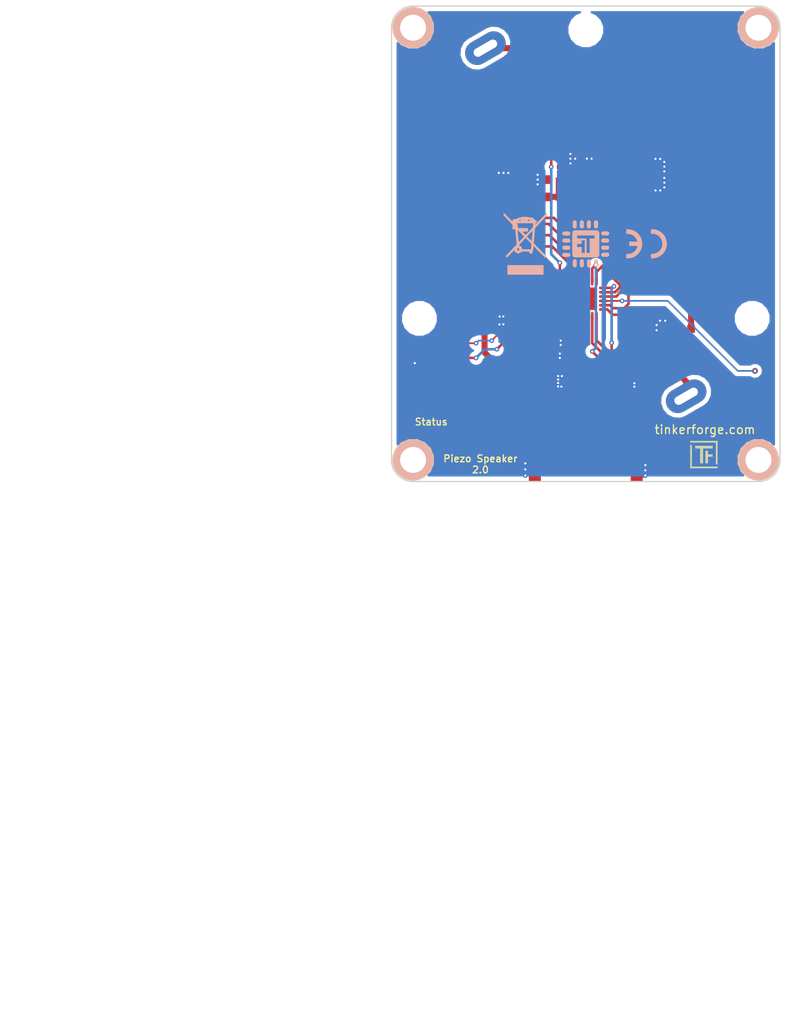
<source format=kicad_pcb>
(kicad_pcb (version 20171130) (host pcbnew 5.0.2-bee76a0~70~ubuntu18.04.1)
  (layers (0 F.Cu signal) (31 B.Cu signal hide) (34 B.Paste user) (35 F.Paste user) (36 B.SilkS user) (37 F.SilkS user) (38 B.Mask user) (39 F.Mask user) (44 Edge.Cuts user))
  (net 0 "")
  (net 1 GND)
  (net 2 "Net-(C1-Pad1)")
  (net 3 3V3)
  (net 4 +VSW)
  (net 5 "Net-(C7-Pad1)")
  (net 6 "Net-(C10-Pad1)")
  (net 7 "Net-(C8-Pad2)")
  (net 8 "Net-(D1-Pad2)")
  (net 9 "Net-(D3-Pad1)")
  (net 10 "Net-(P1-Pad4)")
  (net 11 "Net-(P1-Pad5)")
  (net 12 "Net-(P1-Pad6)")
  (net 13 "Net-(P2-Pad2)")
  (net 14 "Net-(P3-Pad1)")
  (net 15 "Net-(R1-Pad1)")
  (net 16 SU-SHDN)
  (net 17 S-MISO)
  (net 18 S-MOSI)
  (net 19 S-CLK)
  (net 20 S-CS)
  (net 21 LR-1)
  (net 22 LR-2)
  (net 23 LR-3)
  (net 24 LR-4)
  (net 25 SU-4)
  (net 26 SU-3)
  (net 27 SU-2)
  (net 28 SU-1)
  (net 29 "Net-(P4-Pad2)")
  (net 30 Speaker)
  (net 31 "Net-(C5-Pad1)")
  (net 32 "Net-(R102-Pad1)")
  (module kicad-libraries:PT-4532PLQ (layer F.Cu) (at 155 100 120)
    (fp_text reference P4)
    (fp_text value PT-4532PLQ)
    (pad 1 thru_hole oval (at 23.25 0 120) (size 2.8 5) (drill oval 1 3) (layers *.Cu *.Mask) (net 6 "Net-(C10-Pad1)"))
    (pad 2 thru_hole oval (at -23.25 0 120) (size 2.8 5) (drill oval 1 3) (layers *.Cu *.Mask) (net 29 "Net-(P4-Pad2)"))
    (pad "" np_thru_hole circle (at 0 -22.25 120) (size 3 3) (drill 3) (layers *.Cu *.Mask))
    (pad "" np_thru_hole circle (at 19.27 11.13 120) (size 3 3) (drill 3) (layers *.Cu *.Mask))
    (pad "" np_thru_hole circle (at -19.270001 11.13 120) (size 3 3) (drill 3) (layers *.Cu *.Mask))
  )
  (module kicad-libraries:Logo_CoMCU (layer B.Cu) (at 155 102.5 180)
    (fp_text reference G*** hide)
    (fp_text value LOGO hide)
  )
  (module kicad-libraries:Logo_31x31 (layer F.Cu) (at 167.1 125.3)
    (fp_text reference G*** hide)
    (fp_text value Logo_31x31 hide)
  )
  (module C0603F (layer F.Cu) (at 144.025 111.4)
    (fp_text reference C6)
    (fp_text value 1uF)
    (pad 1 smd rect (at -0.75 0) (size 0.9 0.9) (layers F.Cu F.Paste F.Mask) (net 4 +VSW))
    (pad 2 smd rect (at 0.75 0) (size 0.9 0.9) (layers F.Cu F.Paste F.Mask) (net 1 GND))
  )
  (module C0805 (layer F.Cu) (at 145.475 96.07424 90)
    (fp_text reference C5)
    (fp_text value 4.7uF)
    (pad 2 smd rect (at 1.00076 0 90) (size 1.00076 1.24968) (layers F.Cu F.Paste F.Mask) (net 1 GND) (clearance 0.14986))
    (pad 1 smd rect (at -1.00076 0 90) (size 1.00076 1.24968) (layers F.Cu F.Paste F.Mask) (net 31 "Net-(C5-Pad1)") (clearance 0.14986))
  )
  (module C0603F (layer F.Cu) (at 153.8 113.9 180)
    (fp_text reference C4)
    (fp_text value 100nF)
    (pad 1 smd rect (at -0.75 0 180) (size 0.9 0.9) (layers F.Cu F.Paste F.Mask) (net 3 3V3))
    (pad 2 smd rect (at 0.75 0 180) (size 0.9 0.9) (layers F.Cu F.Paste F.Mask) (net 1 GND))
  )
  (module C0402F (layer F.Cu) (at 159.3 118.8)
    (fp_text reference C1)
    (fp_text value 220pF)
    (pad 2 smd rect (at 0.5 0) (size 0.6 0.7) (layers F.Cu F.Paste F.Mask) (net 1 GND))
    (pad 1 smd rect (at -0.5 0) (size 0.6 0.7) (layers F.Cu F.Paste F.Mask) (net 2 "Net-(C1-Pad1)"))
  )
  (module C0805 (layer F.Cu) (at 153.5 118.4 180)
    (fp_text reference C2)
    (fp_text value 10uF)
    (pad 1 smd rect (at -1.00076 0 180) (size 1.00076 1.24968) (layers F.Cu F.Paste F.Mask) (net 3 3V3) (clearance 0.14986))
    (pad 2 smd rect (at 1.00076 0 180) (size 1.00076 1.24968) (layers F.Cu F.Paste F.Mask) (net 1 GND) (clearance 0.14986))
  )
  (module C0603F (layer F.Cu) (at 153.75 115.45 180)
    (fp_text reference C3)
    (fp_text value 1uF)
    (pad 2 smd rect (at 0.75 0 180) (size 0.9 0.9) (layers F.Cu F.Paste F.Mask) (net 1 GND))
    (pad 1 smd rect (at -0.75 0 180) (size 0.9 0.9) (layers F.Cu F.Paste F.Mask) (net 3 3V3))
  )
  (module C0805 (layer F.Cu) (at 150.325 96.075 90)
    (fp_text reference C7)
    (fp_text value 4.7uF)
    (pad 1 smd rect (at -1.00076 0 90) (size 1.00076 1.24968) (layers F.Cu F.Paste F.Mask) (net 5 "Net-(C7-Pad1)") (clearance 0.14986))
    (pad 2 smd rect (at 1.00076 0 90) (size 1.00076 1.24968) (layers F.Cu F.Paste F.Mask) (net 1 GND) (clearance 0.14986))
  )
  (module C0603F (layer F.Cu) (at 159.225 92.775 270)
    (fp_text reference C8)
    (fp_text value 270pF)
    (pad 1 smd rect (at -0.75 0 270) (size 0.9 0.9) (layers F.Cu F.Paste F.Mask) (net 6 "Net-(C10-Pad1)"))
    (pad 2 smd rect (at 0.75 0 270) (size 0.9 0.9) (layers F.Cu F.Paste F.Mask) (net 7 "Net-(C8-Pad2)"))
  )
  (module C0805 (layer F.Cu) (at 162.325 93.575)
    (fp_text reference C9)
    (fp_text value 4.7uF)
    (pad 1 smd rect (at -1.00076 0) (size 1.00076 1.24968) (layers F.Cu F.Paste F.Mask) (net 6 "Net-(C10-Pad1)") (clearance 0.14986))
    (pad 2 smd rect (at 1.00076 0) (size 1.00076 1.24968) (layers F.Cu F.Paste F.Mask) (net 1 GND) (clearance 0.14986))
  )
  (module C0805 (layer F.Cu) (at 162.32576 95.425)
    (fp_text reference C10)
    (fp_text value 4.7uF)
    (pad 2 smd rect (at 1.00076 0) (size 1.00076 1.24968) (layers F.Cu F.Paste F.Mask) (net 1 GND) (clearance 0.14986))
    (pad 1 smd rect (at -1.00076 0) (size 1.00076 1.24968) (layers F.Cu F.Paste F.Mask) (net 6 "Net-(C10-Pad1)") (clearance 0.14986))
  )
  (module D0603F (layer F.Cu) (at 137.1 121.8)
    (fp_text reference D1)
    (fp_text value blue)
    (pad 1 smd rect (at -0.75 0) (size 0.9 0.9) (layers F.Cu F.Paste F.Mask) (net 3 3V3))
    (pad 2 smd rect (at 0.75 0) (size 0.9 0.9) (layers F.Cu F.Paste F.Mask) (net 8 "Net-(D1-Pad2)"))
  )
  (module SOD-123 (layer F.Cu) (at 157.825 96.825)
    (fp_text reference D3)
    (fp_text value B0520LW-7-F)
    (pad 1 smd rect (at -1.84912 0) (size 1.19888 0.70104) (layers F.Cu F.Paste F.Mask) (net 9 "Net-(D3-Pad1)") (clearance 0.14986))
    (pad 2 smd rect (at 1.84912 0) (size 1.19888 0.70104) (layers F.Cu F.Paste F.Mask) (net 6 "Net-(C10-Pad1)") (clearance 0.14986))
  )
  (module C0603F (layer F.Cu) (at 147.875 97.075 180)
    (fp_text reference L1)
    (fp_text value FB)
    (pad 2 smd rect (at 0.75 0 180) (size 0.9 0.9) (layers F.Cu F.Paste F.Mask) (net 31 "Net-(C5-Pad1)"))
    (pad 1 smd rect (at -0.75 0 180) (size 0.9 0.9) (layers F.Cu F.Paste F.Mask) (net 5 "Net-(C7-Pad1)"))
  )
  (module NR3030 (layer F.Cu) (at 153.22518 96.175)
    (fp_text reference L2)
    (fp_text value 10uH)
    (pad 1 smd rect (at -1.19982 0) (size 1 2.70002) (layers F.Cu F.Paste F.Mask) (net 5 "Net-(C7-Pad1)") (clearance 0.14986))
    (pad 2 smd rect (at 1.19982 0) (size 1 2.70002) (layers F.Cu F.Paste F.Mask) (net 9 "Net-(D3-Pad1)") (clearance 0.14986))
  )
  (module kicad-libraries:CON-SENSOR2 (layer F.Cu) (at 155 130)
    (fp_text reference P1)
    (fp_text value CON-SENSOR2)
    (pad 1 smd rect (at -3.75 -4.6) (size 0.6 1.8) (layers F.Cu F.Paste F.Mask) (net 4 +VSW))
    (pad 2 smd rect (at -2.5 -4.6) (size 0.6 1.8) (layers F.Cu F.Paste F.Mask) (net 1 GND))
    (pad EP smd rect (at -5.9 -1.2) (size 1.4 2.4) (layers F.Cu F.Paste F.Mask) (net 1 GND))
    (pad EP smd rect (at 5.9 -1.2) (size 1.4 2.4) (layers F.Cu F.Paste F.Mask) (net 1 GND))
    (pad 3 smd rect (at -1.25 -4.6) (size 0.6 1.8) (layers F.Cu F.Paste F.Mask) (net 3 3V3))
    (pad 4 smd rect (at 0 -4.6) (size 0.6 1.8) (layers F.Cu F.Paste F.Mask) (net 10 "Net-(P1-Pad4)"))
    (pad 5 smd rect (at 1.25 -4.6) (size 0.6 1.8) (layers F.Cu F.Paste F.Mask) (net 11 "Net-(P1-Pad5)"))
    (pad 6 smd rect (at 2.5 -4.6) (size 0.6 1.8) (layers F.Cu F.Paste F.Mask) (net 12 "Net-(P1-Pad6)"))
    (pad 7 smd rect (at 3.75 -4.6) (size 0.6 1.8) (layers F.Cu F.Paste F.Mask) (net 2 "Net-(C1-Pad1)"))
  )
  (module SolderJumper (layer F.Cu) (at 134.35 116.3 180)
    (fp_text reference P2)
    (fp_text value BOOT)
    (pad 2 smd rect (at 0.55 0 180) (size 0.3 1.4) (layers F.Cu F.Mask) (net 13 "Net-(P2-Pad2)"))
    (pad 2 smd rect (at 0.15 0 180) (size 0.6 0.5) (layers F.Cu F.Mask) (net 13 "Net-(P2-Pad2)"))
    (pad 1 smd rect (at -0.5 0 180) (size 0.4 1.4) (layers F.Cu F.Mask) (net 1 GND))
    (pad 1 smd rect (at -0.225 0.55 180) (size 0.95 0.3) (layers F.Cu F.Mask) (net 1 GND))
    (pad 1 smd rect (at -0.225 -0.55 180) (size 0.95 0.3) (layers F.Cu F.Mask) (net 1 GND))
  )
  (module DEBUG_PAD (layer F.Cu) (at 174.6 117.2)
    (fp_text reference P3)
    (fp_text value DEBUG)
    (pad 1 smd circle (at 0 0) (size 0.7 0.7) (layers F.Cu F.Paste F.Mask) (net 14 "Net-(P3-Pad1)"))
  )
  (module R0603F (layer F.Cu) (at 137.1 120.4)
    (fp_text reference R1)
    (fp_text value 1k)
    (pad 1 smd rect (at -0.75 0) (size 0.9 0.9) (layers F.Cu F.Paste F.Mask) (net 15 "Net-(R1-Pad1)"))
    (pad 2 smd rect (at 0.75 0) (size 0.9 0.9) (layers F.Cu F.Paste F.Mask) (net 8 "Net-(D1-Pad2)"))
  )
  (module R0603F (layer F.Cu) (at 149.75 92.65 270)
    (fp_text reference R2)
    (fp_text value 1k)
    (pad 2 smd rect (at 0.75 0 270) (size 0.9 0.9) (layers F.Cu F.Paste F.Mask) (net 1 GND))
    (pad 1 smd rect (at -0.75 0 270) (size 0.9 0.9) (layers F.Cu F.Paste F.Mask) (net 16 SU-SHDN))
  )
  (module R0603F (layer F.Cu) (at 142 102.8)
    (fp_text reference R3)
    (fp_text value 330)
    (pad 1 smd rect (at -0.75 0) (size 0.9 0.9) (layers F.Cu F.Paste F.Mask) (net 31 "Net-(C5-Pad1)"))
    (pad 2 smd rect (at 0.75 0) (size 0.9 0.9) (layers F.Cu F.Paste F.Mask) (net 32 "Net-(R102-Pad1)"))
  )
  (module R0603F (layer F.Cu) (at 157.525 92.775 270)
    (fp_text reference R4)
    (fp_text value 120k)
    (pad 2 smd rect (at 0.75 0 270) (size 0.9 0.9) (layers F.Cu F.Paste F.Mask) (net 7 "Net-(C8-Pad2)"))
    (pad 1 smd rect (at -0.75 0 270) (size 0.9 0.9) (layers F.Cu F.Paste F.Mask) (net 6 "Net-(C10-Pad1)"))
  )
  (module 4X0402 (layer F.Cu) (at 157.25 117.275)
    (fp_text reference RP1)
    (fp_text value 82)
    (pad 1 smd rect (at -0.7493 0.575 180) (size 0.29972 0.65) (layers F.Cu F.Paste F.Mask) (net 10 "Net-(P1-Pad4)"))
    (pad 2 smd rect (at -0.24892 0.575 180) (size 0.29972 0.65) (layers F.Cu F.Paste F.Mask) (net 11 "Net-(P1-Pad5)"))
    (pad 3 smd rect (at 0.24892 0.575 180) (size 0.29972 0.65) (layers F.Cu F.Paste F.Mask) (net 12 "Net-(P1-Pad6)"))
    (pad 4 smd rect (at 0.7493 0.575 180) (size 0.29972 0.65) (layers F.Cu F.Paste F.Mask) (net 2 "Net-(C1-Pad1)"))
    (pad 5 smd rect (at 0.7493 -0.575) (size 0.29972 0.65) (layers F.Cu F.Paste F.Mask) (net 17 S-MISO))
    (pad 6 smd rect (at 0.24892 -0.575) (size 0.29972 0.65) (layers F.Cu F.Paste F.Mask) (net 18 S-MOSI))
    (pad 7 smd rect (at -0.24892 -0.575) (size 0.29972 0.65) (layers F.Cu F.Paste F.Mask) (net 19 S-CLK))
    (pad 8 smd rect (at -0.7493 -0.575) (size 0.29972 0.65) (layers F.Cu F.Paste F.Mask) (net 20 S-CS))
  )
  (module QFN24-4x4mm-0.5mm (layer F.Cu) (at 155 108.85)
    (fp_text reference U1)
    (fp_text value XMC1100)
    (pad 1 smd oval (at -2.025 -1.25) (size 1 0.3) (layers F.Cu F.Paste F.Mask) (net 16 SU-SHDN))
    (pad 2 smd oval (at -2.025 -0.75) (size 1 0.3) (layers F.Cu F.Paste F.Mask))
    (pad 3 smd oval (at -2.025 -0.25) (size 1 0.3) (layers F.Cu F.Paste F.Mask))
    (pad 4 smd oval (at -2.025 0.25) (size 1 0.3) (layers F.Cu F.Paste F.Mask))
    (pad 5 smd oval (at -2.025 0.75) (size 1 0.3) (layers F.Cu F.Paste F.Mask))
    (pad 6 smd oval (at -2.025 1.25) (size 1 0.3) (layers F.Cu F.Paste F.Mask) (net 13 "Net-(P2-Pad2)"))
    (pad 7 smd oval (at -1.25 2.025 90) (size 1 0.3) (layers F.Cu F.Paste F.Mask) (net 15 "Net-(R1-Pad1)"))
    (pad 8 smd oval (at -0.75 2.025 90) (size 1 0.3) (layers F.Cu F.Paste F.Mask))
    (pad 9 smd oval (at -0.25 2.025 90) (size 1 0.3) (layers F.Cu F.Paste F.Mask) (net 1 GND))
    (pad 10 smd oval (at 0.25 2.025 90) (size 1 0.3) (layers F.Cu F.Paste F.Mask) (net 3 3V3))
    (pad 11 smd oval (at 0.75 2.025 90) (size 1 0.3) (layers F.Cu F.Paste F.Mask) (net 19 S-CLK))
    (pad 12 smd oval (at 1.25 2.025 90) (size 1 0.3) (layers F.Cu F.Paste F.Mask) (net 18 S-MOSI))
    (pad 13 smd oval (at 2.025 1.25) (size 1 0.3) (layers F.Cu F.Paste F.Mask) (net 30 Speaker))
    (pad 14 smd oval (at 2.025 0.75) (size 1 0.3) (layers F.Cu F.Paste F.Mask) (net 28 SU-1))
    (pad 15 smd oval (at 2.025 0.25) (size 1 0.3) (layers F.Cu F.Paste F.Mask) (net 14 "Net-(P3-Pad1)"))
    (pad 16 smd oval (at 2.025 -0.25) (size 1 0.3) (layers F.Cu F.Paste F.Mask) (net 27 SU-2))
    (pad 17 smd oval (at 2.025 -0.75) (size 1 0.3) (layers F.Cu F.Paste F.Mask) (net 26 SU-3))
    (pad 18 smd oval (at 2.025 -1.25) (size 1 0.3) (layers F.Cu F.Paste F.Mask) (net 17 S-MISO))
    (pad 19 smd oval (at 1.25 -2.025 90) (size 1 0.3) (layers F.Cu F.Paste F.Mask) (net 25 SU-4))
    (pad 20 smd oval (at 0.75 -2.025 90) (size 1 0.3) (layers F.Cu F.Paste F.Mask) (net 20 S-CS))
    (pad 21 smd oval (at 0.25 -2.025 90) (size 1 0.3) (layers F.Cu F.Paste F.Mask) (net 21 LR-1))
    (pad 22 smd oval (at -0.25 -2.025 90) (size 1 0.3) (layers F.Cu F.Paste F.Mask) (net 22 LR-2))
    (pad 23 smd oval (at -0.75 -2.025 90) (size 1 0.3) (layers F.Cu F.Paste F.Mask) (net 23 LR-3))
    (pad 24 smd oval (at -1.25 -2.025 90) (size 1 0.3) (layers F.Cu F.Paste F.Mask) (net 24 LR-4))
    (pad EXP smd rect (at 0.65 0.65) (size 1.3 1.3) (layers F.Cu F.Paste F.Mask) (net 1 GND))
    (pad EXP smd rect (at 0.65 -0.65) (size 1.3 1.3) (layers F.Cu F.Paste F.Mask) (net 1 GND))
    (pad EXP smd rect (at -0.65 0.65) (size 1.3 1.3) (layers F.Cu F.Paste F.Mask) (net 1 GND))
    (pad EXP smd rect (at -0.65 -0.65) (size 1.3 1.3) (layers F.Cu F.Paste F.Mask) (net 1 GND))
  )
  (module kicad-libraries:SOT-223 (layer F.Cu) (at 146.35 106.825 270)
    (fp_text reference U2)
    (fp_text value LD1117-ADJ)
    (pad 1 smd rect (at -2.30124 3.0988 270) (size 1.30048 2.4003) (layers F.Cu F.Paste F.Mask) (net 32 "Net-(R102-Pad1)"))
    (pad 2 smd rect (at 0 3.0988 270) (size 1.30048 2.4003) (layers F.Cu F.Paste F.Mask) (net 31 "Net-(C5-Pad1)"))
    (pad 3 smd rect (at 2.30124 3.0988 270) (size 1.30048 2.4003) (layers F.Cu F.Paste F.Mask) (net 4 +VSW))
    (pad 2 smd rect (at 0 -3.0988 270) (size 3.59918 2.19964) (layers F.Cu F.Paste F.Mask) (net 31 "Net-(C5-Pad1)"))
  )
  (module SOT23-5 (layer F.Cu) (at 153.25 92.65 90)
    (fp_text reference U3)
    (fp_text value LMR62014X)
    (pad 1 smd rect (at -0.94996 1.19888 90) (size 0.50038 0.8001) (layers F.Cu F.Paste F.Mask) (net 9 "Net-(D3-Pad1)"))
    (pad 2 smd rect (at 0 1.19888 90) (size 0.50038 0.8001) (layers F.Cu F.Paste F.Mask) (net 1 GND))
    (pad 3 smd rect (at 0.94996 1.19888 90) (size 0.50038 0.8001) (layers F.Cu F.Paste F.Mask) (net 7 "Net-(C8-Pad2)"))
    (pad 5 smd rect (at -0.94996 -1.19888 90) (size 0.50038 0.8001) (layers F.Cu F.Paste F.Mask) (net 5 "Net-(C7-Pad1)"))
    (pad 4 smd rect (at 0.94996 -1.19888 90) (size 0.50038 0.8001) (layers F.Cu F.Paste F.Mask) (net 16 SU-SHDN))
  )
  (module kicad-libraries:WEEE_7mm (layer B.Cu) (at 148 102.5 180)
    (fp_text reference VAL hide)
    (fp_text value WEEE_7mm hide)
  )
  (module kicad-libraries:CE_5mm (layer B.Cu) (at 162 102.5 180)
    (fp_text reference VAL hide)
    (fp_text value CE_5mm hide)
  )
  (module SOT23GDS (layer F.Cu) (at 164.9 113.2)
    (fp_text reference Q101)
    (fp_text value 2N7002P)
    (pad S smd rect (at -0.889 -1.016) (size 0.9144 0.9144) (layers F.Cu F.Paste F.Mask) (net 1 GND))
    (pad G smd rect (at 0.889 -1.016) (size 0.9144 0.9144) (layers F.Cu F.Paste F.Mask) (net 30 Speaker))
    (pad D smd rect (at 0 1.016) (size 0.9144 0.9144) (layers F.Cu F.Paste F.Mask) (net 29 "Net-(P4-Pad2)"))
  )
  (module R0603F (layer F.Cu) (at 167.2 113.1 270)
    (fp_text reference R101)
    (fp_text value 1k)
    (pad 1 smd rect (at -0.75 0 270) (size 0.9 0.9) (layers F.Cu F.Paste F.Mask) (net 6 "Net-(C10-Pad1)"))
    (pad 2 smd rect (at 0.75 0 270) (size 0.9 0.9) (layers F.Cu F.Paste F.Mask) (net 29 "Net-(P4-Pad2)"))
  )
  (module R0603F (layer F.Cu) (at 148.3 98.9)
    (fp_text reference R102)
    (fp_text value 1k)
    (pad 1 smd rect (at -0.75 0) (size 0.9 0.9) (layers F.Cu F.Paste F.Mask) (net 32 "Net-(R102-Pad1)"))
    (pad 2 smd rect (at 0.75 0) (size 0.9 0.9) (layers F.Cu F.Paste F.Mask) (net 21 LR-1))
  )
  (module R0603F (layer F.Cu) (at 148.3 100.2)
    (fp_text reference R103)
    (fp_text value 470)
    (pad 2 smd rect (at 0.75 0) (size 0.9 0.9) (layers F.Cu F.Paste F.Mask) (net 22 LR-2))
    (pad 1 smd rect (at -0.75 0) (size 0.9 0.9) (layers F.Cu F.Paste F.Mask) (net 32 "Net-(R102-Pad1)"))
  )
  (module R0603F (layer F.Cu) (at 148.3 101.5)
    (fp_text reference R104)
    (fp_text value 220)
    (pad 1 smd rect (at -0.75 0) (size 0.9 0.9) (layers F.Cu F.Paste F.Mask) (net 32 "Net-(R102-Pad1)"))
    (pad 2 smd rect (at 0.75 0) (size 0.9 0.9) (layers F.Cu F.Paste F.Mask) (net 23 LR-3))
  )
  (module R0603F (layer F.Cu) (at 148.3 102.8)
    (fp_text reference R105)
    (fp_text value 100)
    (pad 2 smd rect (at 0.75 0) (size 0.9 0.9) (layers F.Cu F.Paste F.Mask) (net 24 LR-4))
    (pad 1 smd rect (at -0.75 0) (size 0.9 0.9) (layers F.Cu F.Paste F.Mask) (net 32 "Net-(R102-Pad1)"))
  )
  (module 4X0603 (layer F.Cu) (at 158.3 101.9)
    (fp_text reference RP3)
    (fp_text value 33k)
    (pad 1 smd rect (at -1.19888 -0.8509) (size 0.44958 0.89916) (layers F.Cu F.Paste F.Mask) (net 7 "Net-(C8-Pad2)"))
    (pad 2 smd rect (at -0.39878 -0.8509) (size 0.44958 0.89916) (layers F.Cu F.Paste F.Mask) (net 7 "Net-(C8-Pad2)"))
    (pad 3 smd rect (at 0.39878 -0.8509) (size 0.44958 0.89916) (layers F.Cu F.Paste F.Mask) (net 7 "Net-(C8-Pad2)"))
    (pad 4 smd rect (at 1.19888 -0.8509) (size 0.44958 0.89916) (layers F.Cu F.Paste F.Mask) (net 7 "Net-(C8-Pad2)"))
    (pad 5 smd rect (at 1.19888 0.8509) (size 0.44958 0.89916) (layers F.Cu F.Paste F.Mask) (net 28 SU-1))
    (pad 6 smd rect (at 0.39878 0.8509) (size 0.44958 0.89916) (layers F.Cu F.Paste F.Mask) (net 27 SU-2))
    (pad 7 smd rect (at -0.39878 0.8509) (size 0.44958 0.89916) (layers F.Cu F.Paste F.Mask) (net 26 SU-3))
    (pad 8 smd rect (at -1.19888 0.8509) (size 0.44958 0.89916) (layers F.Cu F.Paste F.Mask) (net 25 SU-4))
  )
  (module kicad-libraries:Fiducial_Mark (layer F.Cu) (at 140.5 123)
    (fp_text reference Fiducial_Mark hide)
    (fp_text value VAL** hide)
    (pad 1 smd circle (at 0 0) (size 1.00076 1.00076) (layers F.Cu F.Paste F.Mask) (clearance 0.65024))
  )
  (module kicad-libraries:Fiducial_Mark (layer F.Cu) (at 168.5 84)
    (fp_text reference Fiducial_Mark hide)
    (fp_text value VAL** hide)
    (pad 1 smd circle (at 0 0) (size 1.00076 1.00076) (layers F.Cu F.Paste F.Mask) (clearance 0.65024))
  )
  (module kicad-libraries:Fiducial_Mark (layer F.Cu) (at 141.5 84)
    (fp_text reference Fiducial_Mark hide)
    (fp_text value VAL** hide)
    (pad 1 smd circle (at 0 0) (size 1.00076 1.00076) (layers F.Cu F.Paste F.Mask) (clearance 0.65024))
  )
  (module kicad-libraries:DRILL_NP (layer F.Cu) (at 135 127.5)
    (fp_text reference U4 hide)
    (fp_text value DRILL hide)
    (pad "" np_thru_hole circle (at 0 0) (size 2.99974 2.99974) (drill 2.99974) (layers *.Cu *.Mask F.SilkS) (clearance 0.89916))
  )
  (module kicad-libraries:DRILL_NP (layer F.Cu) (at 175 127.5)
    (fp_text reference U5 hide)
    (fp_text value DRILL hide)
    (pad "" np_thru_hole circle (at 0 0) (size 2.99974 2.99974) (drill 2.99974) (layers *.Cu *.Mask F.SilkS) (clearance 0.89916))
  )
  (module kicad-libraries:DRILL_NP (layer F.Cu) (at 175 77.5)
    (fp_text reference U6 hide)
    (fp_text value DRILL hide)
    (pad "" np_thru_hole circle (at 0 0) (size 2.99974 2.99974) (drill 2.99974) (layers *.Cu *.Mask F.SilkS) (clearance 0.89916))
  )
  (module kicad-libraries:DRILL_NP (layer F.Cu) (at 135 77.5)
    (fp_text reference U7 hide)
    (fp_text value DRILL hide)
    (pad "" np_thru_hole circle (at 0 0) (size 2.99974 2.99974) (drill 2.99974) (layers *.Cu *.Mask F.SilkS) (clearance 0.89916))
  )
  (gr_line (start 132.5 77.5) (end 132.5 127.5) (angle 90) (layer Edge.Cuts) (width 0.15))
  (gr_line (start 175 75) (end 135 75) (angle 90) (layer Edge.Cuts) (width 0.15))
  (gr_line (start 177.5 127.5) (end 177.5 77.5) (angle 90) (layer Edge.Cuts) (width 0.15))
  (gr_line (start 135 130) (end 175 130) (angle 90) (layer Edge.Cuts) (width 0.15))
  (gr_arc (start 135 127.5) (end 135 130) (angle 90) (layer Edge.Cuts) (width 0.15))
  (gr_arc (start 175 127.5) (end 177.5 127.5) (angle 90) (layer Edge.Cuts) (width 0.15))
  (gr_arc (start 175 77.5) (end 175 75) (angle 90) (layer Edge.Cuts) (width 0.15))
  (gr_arc (start 135 77.5) (end 132.5 77.5) (angle 90) (layer Edge.Cuts) (width 0.15))
  (gr_text tinkerforge.com (at 168.8 124) (layer F.SilkS) (effects (font (size 1 1))))
  (gr_text "Piezo Speaker\n2.0" (at 142.8 128) (layer F.SilkS) (effects (font (size 0.8 0.8))))
  (gr_text Status (at 137.1 123.1) (layer F.SilkS) (effects (font (size 0.8 0.8))))
  (via (at 152 115.2) (size 0.55) (drill 0.25) (layers F.Cu B.Cu) (net 1))
  (segment (start 153 115.45) (end 152.25 115.45) (width 0.5) (layer F.Cu) (net 1))
  (segment (start 152.25 115.45) (end 152 115.2) (width 0.5) (layer F.Cu) (net 1))
  (via (at 152 115.7) (size 0.55) (drill 0.25) (layers F.Cu B.Cu) (net 1))
  (segment (start 152.25 115.45) (end 152 115.7) (width 0.5) (layer F.Cu) (net 1))
  (segment (start 154.75 109.9) (end 154.35 109.5) (width 0.3) (layer F.Cu) (net 1))
  (segment (start 154.75 110.875) (end 154.75 109.9) (width 0.3) (layer F.Cu) (net 1))
  (segment (start 154.35 109.5) (end 154.35 108.2) (width 0.3) (layer F.Cu) (net 1))
  (segment (start 154.35 108.2) (end 155.65 108.2) (width 0.3) (layer F.Cu) (net 1))
  (segment (start 155.65 108.2) (end 155.65 109.5) (width 0.3) (layer F.Cu) (net 1))
  (segment (start 153.05 115.4) (end 153 115.45) (width 0.5) (layer F.Cu) (net 1))
  (segment (start 153.05 113.9) (end 153.05 115.4) (width 0.5) (layer F.Cu) (net 1))
  (via (at 152.1 113.7) (size 0.55) (drill 0.25) (layers F.Cu B.Cu) (net 1))
  (via (at 152.1 114.2) (size 0.55) (drill 0.25) (layers F.Cu B.Cu) (net 1))
  (segment (start 154.75 112.301004) (end 153.151004 113.9) (width 0.3) (layer F.Cu) (net 1))
  (segment (start 153.151004 113.9) (end 153.05 113.9) (width 0.3) (layer F.Cu) (net 1))
  (segment (start 154.75 110.875) (end 154.75 112.301004) (width 0.3) (layer F.Cu) (net 1))
  (via (at 160.625 118.625) (size 0.55) (drill 0.25) (layers F.Cu B.Cu) (net 1))
  (segment (start 159.8 118.8) (end 160.45 118.8) (width 0.3) (layer F.Cu) (net 1))
  (segment (start 160.45 118.8) (end 160.625 118.625) (width 0.3) (layer F.Cu) (net 1))
  (via (at 160.625 119.025) (size 0.55) (drill 0.25) (layers F.Cu B.Cu) (net 1))
  (segment (start 159.8 118.8) (end 160.4 118.8) (width 0.3) (layer F.Cu) (net 1))
  (segment (start 160.4 118.8) (end 160.625 119.025) (width 0.3) (layer F.Cu) (net 1))
  (via (at 163.075 92.675) (size 0.55) (drill 0.25) (layers F.Cu B.Cu) (net 1))
  (segment (start 163.32576 93.575) (end 163.32576 92.97424) (width 0.5) (layer F.Cu) (net 1))
  (via (at 163.625 92.675) (size 0.55) (drill 0.25) (layers F.Cu B.Cu) (net 1))
  (segment (start 163.32576 92.97424) (end 163.625 92.675) (width 0.5) (layer F.Cu) (net 1))
  (via (at 163.075 96.325) (size 0.55) (drill 0.25) (layers F.Cu B.Cu) (net 1))
  (segment (start 163.32652 95.425) (end 163.32652 96.02652) (width 0.5) (layer F.Cu) (net 1))
  (via (at 163.625 96.325) (size 0.55) (drill 0.25) (layers F.Cu B.Cu) (net 1))
  (segment (start 163.32652 96.02652) (end 163.625 96.325) (width 0.5) (layer F.Cu) (net 1))
  (segment (start 163.32652 95.425) (end 164.1 95.425) (width 0.5) (layer F.Cu) (net 1))
  (via (at 164.1 95.425) (size 0.55) (drill 0.25) (layers F.Cu B.Cu) (net 1))
  (segment (start 163.32652 95.425) (end 163.55 95.425) (width 0.5) (layer F.Cu) (net 1))
  (via (at 164.1 95.975) (size 0.55) (drill 0.25) (layers F.Cu B.Cu) (net 1))
  (segment (start 163.55 95.425) (end 164.1 95.975) (width 0.5) (layer F.Cu) (net 1))
  (segment (start 163.32652 95.425) (end 163.55 95.425) (width 0.5) (layer F.Cu) (net 1))
  (segment (start 163.55 95.425) (end 164.1 94.875) (width 0.5) (layer F.Cu) (net 1))
  (via (at 164.1 94.875) (size 0.55) (drill 0.25) (layers F.Cu B.Cu) (net 1))
  (segment (start 163.32576 93.575) (end 164.1 93.575) (width 0.5) (layer F.Cu) (net 1))
  (via (at 164.1 93.575) (size 0.55) (drill 0.25) (layers F.Cu B.Cu) (net 1))
  (via (at 164.1 94.125) (size 0.55) (drill 0.25) (layers F.Cu B.Cu) (net 1))
  (segment (start 163.32576 93.575) (end 163.55 93.575) (width 0.5) (layer F.Cu) (net 1))
  (via (at 164.1 93.025) (size 0.55) (drill 0.25) (layers F.Cu B.Cu) (net 1))
  (segment (start 163.55 93.575) (end 164.1 93.025) (width 0.5) (layer F.Cu) (net 1))
  (segment (start 154.44888 92.65) (end 153.775 92.65) (width 0.5) (layer F.Cu) (net 1))
  (via (at 153.225 93.2) (size 0.55) (drill 0.25) (layers F.Cu B.Cu) (net 1))
  (segment (start 153.225 92.65) (end 153.225 93.2) (width 0.5) (layer F.Cu) (net 1))
  (via (at 153.775 92.65) (size 0.55) (drill 0.25) (layers F.Cu B.Cu) (net 1))
  (segment (start 153.775 92.65) (end 153.225 92.65) (width 0.5) (layer F.Cu) (net 1))
  (via (at 153.225 92.65) (size 0.55) (drill 0.25) (layers F.Cu B.Cu) (net 1))
  (via (at 153.225 92.1) (size 0.55) (drill 0.25) (layers F.Cu B.Cu) (net 1))
  (segment (start 153.225 92.65) (end 153.225 92.1) (width 0.5) (layer F.Cu) (net 1))
  (segment (start 154.44888 92.65) (end 155.125 92.65) (width 0.5) (layer F.Cu) (net 1))
  (via (at 155.675 92.65) (size 0.55) (drill 0.25) (layers F.Cu B.Cu) (net 1))
  (segment (start 155.125 92.65) (end 155.675 92.65) (width 0.5) (layer F.Cu) (net 1))
  (via (at 155.125 92.65) (size 0.55) (drill 0.25) (layers F.Cu B.Cu) (net 1))
  (segment (start 150.325 95.07424) (end 149.42576 95.07424) (width 0.5) (layer F.Cu) (net 1))
  (via (at 149.425 95.625) (size 0.55) (drill 0.25) (layers F.Cu B.Cu) (net 1))
  (segment (start 149.425 95.075) (end 149.425 95.625) (width 0.5) (layer F.Cu) (net 1))
  (segment (start 149.42576 95.07424) (end 149.425 95.075) (width 0.5) (layer F.Cu) (net 1))
  (via (at 149.425 95.075) (size 0.55) (drill 0.25) (layers F.Cu B.Cu) (net 1))
  (via (at 149.425 94.525) (size 0.55) (drill 0.25) (layers F.Cu B.Cu) (net 1))
  (segment (start 149.425 95.075) (end 149.425 94.525) (width 0.5) (layer F.Cu) (net 1))
  (segment (start 145.475 95.07348) (end 145.475 94.3) (width 0.5) (layer F.Cu) (net 1))
  (via (at 146.025 94.3) (size 0.55) (drill 0.25) (layers F.Cu B.Cu) (net 1))
  (segment (start 145.475 94.3) (end 146.025 94.3) (width 0.5) (layer F.Cu) (net 1))
  (via (at 145.475 94.3) (size 0.55) (drill 0.25) (layers F.Cu B.Cu) (net 1))
  (via (at 144.925 94.3) (size 0.55) (drill 0.25) (layers F.Cu B.Cu) (net 1))
  (segment (start 145.475 94.3) (end 144.925 94.3) (width 0.5) (layer F.Cu) (net 1))
  (segment (start 152.5 118.40076) (end 152.49924 118.4) (width 0.5) (layer F.Cu) (net 1))
  (segment (start 153 116.7) (end 153 115.45) (width 0.5) (layer F.Cu) (net 1))
  (segment (start 152.49924 117.20076) (end 153 116.7) (width 0.5) (layer F.Cu) (net 1))
  (segment (start 152.4 118.4) (end 152.074999 118.074999) (width 0.5) (layer F.Cu) (net 1))
  (segment (start 152.074999 118.074999) (end 151.8 117.8) (width 0.5) (layer F.Cu) (net 1))
  (via (at 151.8 117.8) (size 0.55) (drill 0.25) (layers F.Cu B.Cu) (net 1))
  (segment (start 152.29924 118.2) (end 152.188908 118.2) (width 0.5) (layer F.Cu) (net 1))
  (segment (start 152.188908 118.2) (end 151.8 118.2) (width 0.5) (layer F.Cu) (net 1))
  (via (at 151.8 118.2) (size 0.55) (drill 0.25) (layers F.Cu B.Cu) (net 1))
  (segment (start 152.49924 118.4) (end 152.29924 118.2) (width 0.5) (layer F.Cu) (net 1))
  (via (at 151.8 118.6) (size 0.55) (drill 0.25) (layers F.Cu B.Cu) (net 1))
  (segment (start 152.49924 118.4) (end 152.29924 118.6) (width 0.5) (layer F.Cu) (net 1))
  (segment (start 152.29924 118.6) (end 152.188908 118.6) (width 0.5) (layer F.Cu) (net 1))
  (segment (start 152.188908 118.6) (end 151.8 118.6) (width 0.5) (layer F.Cu) (net 1))
  (segment (start 152 118.6) (end 151.8 118.6) (width 0.5) (layer B.Cu) (net 1))
  (segment (start 152.1 118.5) (end 152 118.6) (width 0.5) (layer B.Cu) (net 1))
  (via (at 151.8 119) (size 0.55) (drill 0.25) (layers F.Cu B.Cu) (net 1))
  (segment (start 152.4 118.4) (end 152.074999 118.725001) (width 0.5) (layer F.Cu) (net 1))
  (segment (start 152.074999 118.725001) (end 151.8 119) (width 0.5) (layer F.Cu) (net 1))
  (segment (start 152.49924 118.4) (end 152.4 118.4) (width 0.5) (layer F.Cu) (net 1))
  (segment (start 151.8 117.8) (end 151.8 119) (width 0.5) (layer F.Cu) (net 1))
  (segment (start 151.8 119) (end 152.5 119) (width 0.5) (layer F.Cu) (net 1))
  (segment (start 152.5 125.4) (end 152.5 119) (width 0.5) (layer F.Cu) (net 1))
  (segment (start 152.5 119) (end 152.5 118.40076) (width 0.5) (layer F.Cu) (net 1))
  (segment (start 152.39924 117.8) (end 152.49924 117.7) (width 0.5) (layer F.Cu) (net 1))
  (segment (start 151.8 117.8) (end 152.39924 117.8) (width 0.5) (layer F.Cu) (net 1))
  (segment (start 152.49924 118.4) (end 152.49924 117.7) (width 0.5) (layer F.Cu) (net 1))
  (segment (start 152.49924 117.7) (end 152.49924 117.20076) (width 0.5) (layer F.Cu) (net 1))
  (segment (start 152 115.2) (end 152 115.7) (width 0.5) (layer F.Cu) (net 1))
  (segment (start 152.75 115.2) (end 153 115.45) (width 0.5) (layer F.Cu) (net 1))
  (segment (start 152 115.2) (end 152.75 115.2) (width 0.5) (layer F.Cu) (net 1))
  (segment (start 152.75 115.7) (end 153 115.45) (width 0.5) (layer F.Cu) (net 1))
  (segment (start 152 115.7) (end 152.75 115.7) (width 0.5) (layer F.Cu) (net 1))
  (segment (start 152.1 113.7) (end 152.1 114.2) (width 0.5) (layer F.Cu) (net 1))
  (segment (start 152.75 114.2) (end 153.05 113.9) (width 0.5) (layer F.Cu) (net 1))
  (segment (start 152.1 114.2) (end 152.75 114.2) (width 0.5) (layer F.Cu) (net 1))
  (segment (start 152.85 113.7) (end 153.05 113.9) (width 0.5) (layer F.Cu) (net 1))
  (segment (start 152.1 113.7) (end 152.85 113.7) (width 0.5) (layer F.Cu) (net 1))
  (segment (start 146.025 94.52348) (end 145.475 95.07348) (width 0.5) (layer F.Cu) (net 1))
  (segment (start 146.025 94.3) (end 146.025 94.52348) (width 0.5) (layer F.Cu) (net 1))
  (segment (start 144.925 94.52348) (end 145.475 95.07348) (width 0.5) (layer F.Cu) (net 1))
  (segment (start 144.925 94.3) (end 144.925 94.52348) (width 0.5) (layer F.Cu) (net 1))
  (segment (start 149.425 94.525) (end 149.77576 94.525) (width 0.5) (layer F.Cu) (net 1))
  (segment (start 149.77424 95.625) (end 150.325 95.07424) (width 0.5) (layer F.Cu) (net 1))
  (segment (start 149.425 95.625) (end 149.77424 95.625) (width 0.5) (layer F.Cu) (net 1))
  (segment (start 163.075 96.325) (end 163.625 96.325) (width 0.5) (layer F.Cu) (net 1))
  (segment (start 163.75 96.325) (end 164.1 95.975) (width 0.5) (layer F.Cu) (net 1))
  (segment (start 163.625 96.325) (end 163.75 96.325) (width 0.5) (layer F.Cu) (net 1))
  (segment (start 164.1 95.975) (end 164.1 94.875) (width 0.5) (layer F.Cu) (net 1))
  (segment (start 163.87652 94.875) (end 163.32652 95.425) (width 0.5) (layer F.Cu) (net 1))
  (segment (start 164.1 94.875) (end 163.87652 94.875) (width 0.5) (layer F.Cu) (net 1))
  (segment (start 163.075 95.67652) (end 163.32652 95.425) (width 0.5) (layer F.Cu) (net 1))
  (segment (start 163.075 96.325) (end 163.075 95.67652) (width 0.5) (layer F.Cu) (net 1))
  (segment (start 164.1 93.15) (end 163.625 92.675) (width 0.5) (layer F.Cu) (net 1))
  (segment (start 164.1 94.125) (end 164.1 93.15) (width 0.5) (layer F.Cu) (net 1))
  (segment (start 163.75 92.675) (end 164.1 93.025) (width 0.5) (layer F.Cu) (net 1))
  (segment (start 163.075 92.675) (end 163.75 92.675) (width 0.5) (layer F.Cu) (net 1))
  (segment (start 163.075 93.32424) (end 163.32576 93.575) (width 0.5) (layer F.Cu) (net 1))
  (segment (start 163.075 92.675) (end 163.075 93.32424) (width 0.5) (layer F.Cu) (net 1))
  (segment (start 163.87576 94.125) (end 163.32576 93.575) (width 0.5) (layer F.Cu) (net 1))
  (segment (start 164.1 94.125) (end 163.87576 94.125) (width 0.5) (layer F.Cu) (net 1))
  (via (at 148.000004 129.3) (size 0.55) (drill 0.25) (layers F.Cu B.Cu) (net 1))
  (via (at 148 128.6) (size 0.55) (drill 0.25) (layers F.Cu B.Cu) (net 1))
  (via (at 148 127.900022) (size 0.55) (drill 0.25) (layers F.Cu B.Cu) (net 1))
  (segment (start 148 128.6) (end 148 127.900022) (width 0.5) (layer F.Cu) (net 1))
  (segment (start 149.1 128.7) (end 149 128.6) (width 0.5) (layer F.Cu) (net 1))
  (segment (start 149.1 128.8) (end 149.1 128.7) (width 0.5) (layer F.Cu) (net 1))
  (segment (start 148.000004 128.911092) (end 148.000004 129.3) (width 0.5) (layer F.Cu) (net 1))
  (segment (start 148.000004 128.699996) (end 148.000004 128.911092) (width 0.5) (layer F.Cu) (net 1))
  (segment (start 148 128.6) (end 148 128.699992) (width 0.5) (layer F.Cu) (net 1))
  (segment (start 148 128.699992) (end 148.000004 128.699996) (width 0.5) (layer F.Cu) (net 1))
  (segment (start 148.9 128.6) (end 149.1 128.8) (width 0.5) (layer F.Cu) (net 1))
  (segment (start 148 128.3) (end 148.3 128.6) (width 0.5) (layer F.Cu) (net 1))
  (segment (start 148 128.6) (end 148.3 128.6) (width 0.5) (layer F.Cu) (net 1))
  (segment (start 148 127.900022) (end 148 128.3) (width 0.5) (layer F.Cu) (net 1))
  (segment (start 148.3 128.6) (end 148.9 128.6) (width 0.5) (layer F.Cu) (net 1))
  (segment (start 148.000004 129.3) (end 148.3 129.000004) (width 0.5) (layer F.Cu) (net 1))
  (segment (start 148.899996 129.000004) (end 149.1 128.8) (width 0.5) (layer F.Cu) (net 1))
  (segment (start 148.3 129.000004) (end 148.899996 129.000004) (width 0.5) (layer F.Cu) (net 1))
  (segment (start 148.200022 127.900022) (end 149.1 128.8) (width 0.5) (layer F.Cu) (net 1))
  (segment (start 148 127.900022) (end 148.200022 127.900022) (width 0.5) (layer F.Cu) (net 1))
  (via (at 161.900004 128.1) (size 0.55) (drill 0.25) (layers F.Cu B.Cu) (net 1))
  (segment (start 161.900004 128.1) (end 161.900004 128.699996) (width 0.5) (layer F.Cu) (net 1))
  (segment (start 161.900004 128.699996) (end 161.9 128.7) (width 0.5) (layer F.Cu) (net 1))
  (via (at 161.9 128.7) (size 0.55) (drill 0.25) (layers F.Cu B.Cu) (net 1))
  (segment (start 161.9 128.911092) (end 161.9 129.3) (width 0.5) (layer F.Cu) (net 1))
  (via (at 161.9 129.3) (size 0.55) (drill 0.25) (layers F.Cu B.Cu) (net 1))
  (segment (start 161.6 128.1) (end 160.9 128.8) (width 0.5) (layer F.Cu) (net 1))
  (segment (start 161.900004 128.1) (end 161.6 128.1) (width 0.5) (layer F.Cu) (net 1))
  (segment (start 161.4 129.3) (end 160.9 128.8) (width 0.5) (layer F.Cu) (net 1))
  (segment (start 161.9 129.3) (end 161.4 129.3) (width 0.5) (layer F.Cu) (net 1))
  (segment (start 161 128.7) (end 160.9 128.8) (width 0.5) (layer F.Cu) (net 1))
  (segment (start 161.9 128.7) (end 161 128.7) (width 0.5) (layer F.Cu) (net 1))
  (segment (start 161.900004 129.299996) (end 161.9 129.3) (width 0.5) (layer F.Cu) (net 1))
  (segment (start 161.900004 128.1) (end 161.900004 129.299996) (width 0.5) (layer F.Cu) (net 1))
  (segment (start 161.9 128.7) (end 161.6 129) (width 0.5) (layer F.Cu) (net 1))
  (segment (start 161.6 129) (end 161.6 128.1) (width 0.5) (layer F.Cu) (net 1))
  (segment (start 134.740002 116.85) (end 134.575 116.85) (width 0.3) (layer F.Cu) (net 1))
  (segment (start 134.85 116.740002) (end 134.740002 116.85) (width 0.3) (layer F.Cu) (net 1))
  (segment (start 134.85 116.3) (end 134.85 116.740002) (width 0.3) (layer F.Cu) (net 1))
  (segment (start 134.85 116.025) (end 134.800001 115.975001) (width 0.3) (layer F.Cu) (net 1))
  (via (at 135.2 116.3) (size 0.55) (drill 0.25) (layers F.Cu B.Cu) (net 1))
  (segment (start 134.85 116.3) (end 135.2 116.3) (width 0.3) (layer F.Cu) (net 1))
  (segment (start 144.9 111.4) (end 144.775 111.4) (width 0.3) (layer F.Cu) (net 1))
  (segment (start 144.95 111.35) (end 144.9 111.4) (width 0.3) (layer F.Cu) (net 1))
  (segment (start 144.968908 111.35) (end 145.02 111.298908) (width 0.5) (layer F.Cu) (net 1))
  (segment (start 145.02 111.298908) (end 145.02 110.91) (width 0.5) (layer F.Cu) (net 1))
  (segment (start 144.95 111.35) (end 144.968908 111.35) (width 0.5) (layer F.Cu) (net 1))
  (via (at 145.02 110.91) (size 0.55) (drill 0.25) (layers F.Cu B.Cu) (net 1))
  (via (at 145.45 110.91) (size 0.55) (drill 0.25) (layers F.Cu B.Cu) (net 1))
  (segment (start 145.1 111.4) (end 145.105001 111.405001) (width 0.5) (layer F.Cu) (net 1))
  (segment (start 145.02 110.91) (end 145.02 111.32) (width 0.5) (layer F.Cu) (net 1))
  (segment (start 145.02 111.32) (end 145.105001 111.405001) (width 0.5) (layer F.Cu) (net 1))
  (segment (start 144.775 111.4) (end 145.1 111.4) (width 0.5) (layer F.Cu) (net 1))
  (via (at 145.46 111.82) (size 0.55) (drill 0.25) (layers F.Cu B.Cu) (net 1))
  (via (at 145 111.83) (size 0.55) (drill 0.25) (layers F.Cu B.Cu) (net 1))
  (segment (start 145.105001 111.405001) (end 145.036091 111.405001) (width 0.5) (layer F.Cu) (net 1))
  (segment (start 145 111.441092) (end 145 111.83) (width 0.5) (layer F.Cu) (net 1))
  (segment (start 145.036091 111.405001) (end 145 111.441092) (width 0.5) (layer F.Cu) (net 1))
  (segment (start 145.02 110.91) (end 145.45 110.91) (width 0.5) (layer F.Cu) (net 1))
  (segment (start 145.45 111.81) (end 145.46 111.82) (width 0.5) (layer F.Cu) (net 1))
  (segment (start 145.45 110.91) (end 145.45 111.81) (width 0.5) (layer F.Cu) (net 1))
  (segment (start 145.01 111.82) (end 145 111.83) (width 0.5) (layer F.Cu) (net 1))
  (segment (start 145.46 111.82) (end 145.01 111.82) (width 0.5) (layer F.Cu) (net 1))
  (via (at 152.18 119.02) (size 0.55) (drill 0.25) (layers F.Cu B.Cu) (net 1))
  (via (at 152.23 117.8) (size 0.55) (drill 0.25) (layers F.Cu B.Cu) (net 1))
  (segment (start 134.85 116.025) (end 134.85 116.3) (width 0.2) (layer F.Cu) (net 1))
  (segment (start 134.575 115.75) (end 134.85 116.025) (width 0.2) (layer F.Cu) (net 1))
  (segment (start 150.325 95.07424) (end 149.77576 94.525) (width 0.15) (layer F.Cu) (net 1))
  (segment (start 149.77576 94.525) (end 149.77576 93.42576) (width 0.15) (layer F.Cu) (net 1))
  (segment (start 149.77576 93.42576) (end 149.75 93.4) (width 0.15) (layer F.Cu) (net 1))
  (segment (start 164.011 112.184) (end 163.516 112.184) (width 0.5) (layer F.Cu) (net 1))
  (via (at 163.2 112.5) (size 0.55) (drill 0.25) (layers F.Cu B.Cu) (net 1))
  (segment (start 163.516 112.184) (end 163.2 112.5) (width 0.5) (layer F.Cu) (net 1))
  (segment (start 164.011 112.184) (end 163.484 112.184) (width 0.5) (layer F.Cu) (net 1))
  (via (at 163.2 111.9) (size 0.55) (drill 0.25) (layers F.Cu B.Cu) (net 1))
  (segment (start 163.484 112.184) (end 163.2 111.9) (width 0.5) (layer F.Cu) (net 1))
  (segment (start 164.011 112.184) (end 164.011 111.811) (width 0.5) (layer F.Cu) (net 1))
  (via (at 163.6 111.4) (size 0.55) (drill 0.25) (layers F.Cu B.Cu) (net 1))
  (segment (start 164.011 111.811) (end 163.6 111.4) (width 0.5) (layer F.Cu) (net 1))
  (segment (start 164.011 112.184) (end 164.011 111.589) (width 0.5) (layer F.Cu) (net 1))
  (via (at 164.2 111.4) (size 0.55) (drill 0.25) (layers F.Cu B.Cu) (net 1))
  (segment (start 164.011 111.589) (end 164.2 111.4) (width 0.5) (layer F.Cu) (net 1))
  (segment (start 158.75 125.4) (end 158.75 118.85) (width 0.3) (layer F.Cu) (net 2))
  (segment (start 158.75 118.85) (end 158.8 118.8) (width 0.3) (layer F.Cu) (net 2))
  (segment (start 157.9993 117.85) (end 157.9993 118.3993) (width 0.3) (layer F.Cu) (net 2))
  (segment (start 158.4 118.8) (end 158.8 118.8) (width 0.3) (layer F.Cu) (net 2))
  (segment (start 157.9993 118.3993) (end 158.4 118.8) (width 0.3) (layer F.Cu) (net 2))
  (segment (start 153.75 125.4) (end 153.75 124.8) (width 0.5) (layer F.Cu) (net 3))
  (segment (start 155.25 113.2) (end 154.55 113.9) (width 0.3) (layer F.Cu) (net 3))
  (segment (start 155.25 110.875) (end 155.25 113.2) (width 0.3) (layer F.Cu) (net 3))
  (segment (start 154.55 115.4) (end 154.5 115.45) (width 0.5) (layer F.Cu) (net 3))
  (segment (start 154.55 113.9) (end 154.55 115.4) (width 0.5) (layer F.Cu) (net 3))
  (segment (start 154.55 115.5) (end 154.5 115.45) (width 0.5) (layer F.Cu) (net 3))
  (segment (start 153.75 125.4) (end 153.75 121.25) (width 0.5) (layer F.Cu) (net 3))
  (segment (start 154.50076 120.49924) (end 154.50076 118.4) (width 0.5) (layer F.Cu) (net 3))
  (segment (start 153.75 121.25) (end 154.50076 120.49924) (width 0.5) (layer F.Cu) (net 3))
  (segment (start 154.50076 115.45076) (end 154.5 115.45) (width 0.5) (layer F.Cu) (net 3))
  (segment (start 154.50076 118.4) (end 154.50076 115.45076) (width 0.5) (layer F.Cu) (net 3))
  (segment (start 136.35 121.8) (end 136.35 122.45) (width 0.3) (layer F.Cu) (net 3))
  (segment (start 153.75 126.65) (end 153.75 125.4) (width 0.3) (layer F.Cu) (net 3))
  (segment (start 153.1 127.3) (end 153.75 126.65) (width 0.3) (layer F.Cu) (net 3))
  (segment (start 150.6 127.3) (end 153.1 127.3) (width 0.3) (layer F.Cu) (net 3))
  (segment (start 148.9 125.6) (end 150.6 127.3) (width 0.3) (layer F.Cu) (net 3))
  (segment (start 139.5 125.6) (end 148.9 125.6) (width 0.3) (layer F.Cu) (net 3))
  (segment (start 136.35 122.45) (end 139.5 125.6) (width 0.3) (layer F.Cu) (net 3))
  (segment (start 151.25 125.4) (end 151.25 124.8) (width 0.7) (layer F.Cu) (net 4))
  (segment (start 151.25 125.4) (end 151.25 123.05) (width 0.7) (layer F.Cu) (net 4))
  (segment (start 143.275 115.075) (end 143.275 111.4) (width 0.7) (layer F.Cu) (net 4))
  (segment (start 151.25 123.05) (end 143.275 115.075) (width 0.7) (layer F.Cu) (net 4))
  (segment (start 143.275 111.4) (end 143.275 109.15004) (width 0.7) (layer F.Cu) (net 4))
  (segment (start 143.275 109.15004) (end 143.2512 109.12624) (width 0.7) (layer F.Cu) (net 4))
  (segment (start 152.05 93.60108) (end 152.05112 93.59996) (width 0.5) (layer F.Cu) (net 5))
  (segment (start 152.05 96.9) (end 152.05 93.60108) (width 0.5) (layer F.Cu) (net 5))
  (segment (start 150.32424 97.075) (end 150.325 97.07576) (width 0.7) (layer F.Cu) (net 5))
  (segment (start 148.625 97.075) (end 150.32424 97.075) (width 0.7) (layer F.Cu) (net 5))
  (segment (start 152 96.20036) (end 152.02536 96.175) (width 0.7) (layer F.Cu) (net 5))
  (segment (start 152 97.025) (end 152 96.20036) (width 0.7) (layer F.Cu) (net 5))
  (segment (start 150.325 97.07576) (end 151.94924 97.07576) (width 0.7) (layer F.Cu) (net 5))
  (segment (start 151.94924 97.07576) (end 152 97.025) (width 0.7) (layer F.Cu) (net 5))
  (segment (start 157.37588 91.87588) (end 157.525 92.025) (width 0.5) (layer F.Cu) (net 6))
  (segment (start 159.225 92.025) (end 157.525 92.025) (width 0.5) (layer F.Cu) (net 6))
  (segment (start 161.32424 95.42424) (end 161.325 95.425) (width 0.7) (layer F.Cu) (net 6))
  (segment (start 161.32424 93.575) (end 161.32424 95.42424) (width 0.7) (layer F.Cu) (net 6))
  (segment (start 143.375 79.864909) (end 147.064909 79.864909) (width 0.7) (layer F.Cu) (net 6))
  (segment (start 147.064909 79.864909) (end 153.8 86.6) (width 0.7) (layer F.Cu) (net 6))
  (segment (start 161.32424 93.575) (end 161.32424 88.32424) (width 0.7) (layer F.Cu) (net 6))
  (segment (start 159.6 86.6) (end 153.8 86.6) (width 0.7) (layer F.Cu) (net 6))
  (segment (start 161.32424 88.32424) (end 159.6 86.6) (width 0.7) (layer F.Cu) (net 6))
  (segment (start 161.32424 93.575) (end 161.175 93.575) (width 0.7) (layer F.Cu) (net 6))
  (segment (start 159.625 92.025) (end 159.225 92.025) (width 0.7) (layer F.Cu) (net 6))
  (segment (start 161.175 93.575) (end 159.625 92.025) (width 0.7) (layer F.Cu) (net 6))
  (segment (start 167.2 112.35) (end 167.2 94.2) (width 0.7) (layer F.Cu) (net 6))
  (segment (start 167.2 94.2) (end 161.32424 88.32424) (width 0.7) (layer F.Cu) (net 6))
  (segment (start 159.67412 96.825) (end 160.675 96.825) (width 0.7) (layer F.Cu) (net 6))
  (segment (start 161.325 96.175) (end 161.325 95.425) (width 0.7) (layer F.Cu) (net 6))
  (segment (start 160.675 96.825) (end 161.325 96.175) (width 0.7) (layer F.Cu) (net 6))
  (segment (start 157.525 93.525) (end 159.225 93.525) (width 0.5) (layer F.Cu) (net 7))
  (segment (start 157.10112 100.29888) (end 157.10112 101.0491) (width 0.3) (layer F.Cu) (net 7))
  (segment (start 158.4 99) (end 157.65 99.75) (width 0.3) (layer F.Cu) (net 7))
  (segment (start 157.65 99.75) (end 157.10112 100.29888) (width 0.3) (layer F.Cu) (net 7))
  (segment (start 159.49888 101.0491) (end 159.49888 100.09888) (width 0.3) (layer F.Cu) (net 7))
  (segment (start 159.49888 100.09888) (end 159.15 99.75) (width 0.3) (layer F.Cu) (net 7))
  (segment (start 159.15 99.75) (end 158.4 99) (width 0.3) (layer F.Cu) (net 7))
  (segment (start 158.69878 101.0491) (end 158.69878 100.20122) (width 0.3) (layer F.Cu) (net 7))
  (segment (start 158.69878 100.20122) (end 159.15 99.75) (width 0.3) (layer F.Cu) (net 7))
  (segment (start 157.90122 101.0491) (end 157.90122 100.00122) (width 0.3) (layer F.Cu) (net 7))
  (segment (start 157.90122 100.00122) (end 157.65 99.75) (width 0.3) (layer F.Cu) (net 7))
  (segment (start 154.44888 91.70004) (end 155.90004 91.70004) (width 0.3) (layer F.Cu) (net 7))
  (segment (start 156.825 93.525) (end 157.525 93.525) (width 0.3) (layer F.Cu) (net 7))
  (segment (start 156.5 93.2) (end 156.825 93.525) (width 0.3) (layer F.Cu) (net 7))
  (segment (start 156.5 92.3) (end 156.5 93.2) (width 0.3) (layer F.Cu) (net 7))
  (segment (start 155.90004 91.70004) (end 156.5 92.3) (width 0.3) (layer F.Cu) (net 7))
  (segment (start 158.4 99) (end 158.4 95.5) (width 0.3) (layer F.Cu) (net 7))
  (segment (start 159.225 94.675) (end 159.225 93.525) (width 0.3) (layer F.Cu) (net 7))
  (segment (start 158.4 95.5) (end 159.225 94.675) (width 0.3) (layer F.Cu) (net 7))
  (segment (start 137.85 121.8) (end 137.85 120.4) (width 0.3) (layer F.Cu) (net 8))
  (segment (start 154.44964 93.60072) (end 154.44888 93.59996) (width 0.5) (layer F.Cu) (net 9))
  (segment (start 154.44964 96.9) (end 154.44964 93.60072) (width 0.5) (layer F.Cu) (net 9))
  (segment (start 154.6 96.825) (end 155.97588 96.825) (width 0.7) (layer F.Cu) (net 9))
  (segment (start 154.425 96.175) (end 154.425 96.65) (width 0.7) (layer F.Cu) (net 9))
  (segment (start 154.425 96.65) (end 154.6 96.825) (width 0.7) (layer F.Cu) (net 9))
  (segment (start 156.5007 117.85) (end 156.5007 122.4993) (width 0.3) (layer F.Cu) (net 10))
  (segment (start 155 124) (end 155 125.4) (width 0.3) (layer F.Cu) (net 10))
  (segment (start 156.5007 122.4993) (end 155 124) (width 0.3) (layer F.Cu) (net 10))
  (segment (start 156.25 125.4) (end 156.25 123.95) (width 0.3) (layer F.Cu) (net 11))
  (segment (start 157.00108 123.19892) (end 157.00108 117.85) (width 0.3) (layer F.Cu) (net 11))
  (segment (start 156.25 123.95) (end 157.00108 123.19892) (width 0.3) (layer F.Cu) (net 11))
  (segment (start 157.49892 117.85) (end 157.49892 125.39892) (width 0.3) (layer F.Cu) (net 12))
  (segment (start 157.49892 125.39892) (end 157.5 125.4) (width 0.3) (layer F.Cu) (net 12))
  (segment (start 134.2 116.3) (end 133.8 116.3) (width 0.2) (layer F.Cu) (net 13))
  (segment (start 133.8 116.3) (end 133.8 114.8) (width 0.2) (layer F.Cu) (net 13))
  (segment (start 152.1 110.1) (end 152.975 110.1) (width 0.2) (layer F.Cu) (net 13))
  (segment (start 150.7 111.5) (end 152.1 110.1) (width 0.2) (layer F.Cu) (net 13))
  (segment (start 147 111.5) (end 150.7 111.5) (width 0.2) (layer F.Cu) (net 13))
  (segment (start 145.8 112.7) (end 147 111.5) (width 0.2) (layer F.Cu) (net 13))
  (segment (start 145.1 112.7) (end 145.8 112.7) (width 0.2) (layer F.Cu) (net 13))
  (segment (start 144.1 113.7) (end 145.1 112.7) (width 0.2) (layer F.Cu) (net 13))
  (via (at 144.1 113.7) (size 0.55) (drill 0.25) (layers F.Cu B.Cu) (net 13))
  (segment (start 142.6 113.7) (end 144.1 113.7) (width 0.2) (layer B.Cu) (net 13))
  (segment (start 142.3 114) (end 142.6 113.7) (width 0.2) (layer B.Cu) (net 13))
  (via (at 142.3 114) (size 0.55) (drill 0.25) (layers F.Cu B.Cu) (net 13))
  (segment (start 134.6 114) (end 142.3 114) (width 0.2) (layer F.Cu) (net 13))
  (segment (start 133.8 114.8) (end 134.6 114) (width 0.2) (layer F.Cu) (net 13))
  (via (at 159.2 109.1) (size 0.55) (drill 0.25) (layers F.Cu B.Cu) (net 14))
  (segment (start 157.025 109.1) (end 159.2 109.1) (width 0.2) (layer F.Cu) (net 14))
  (via (at 174.6 117.2) (size 0.55) (drill 0.25) (layers F.Cu B.Cu) (net 14))
  (segment (start 172.6 117.2) (end 174.6 117.2) (width 0.2) (layer B.Cu) (net 14))
  (segment (start 159.2 109.1) (end 164.5 109.1) (width 0.2) (layer B.Cu) (net 14))
  (segment (start 164.5 109.1) (end 172.6 117.2) (width 0.2) (layer B.Cu) (net 14))
  (segment (start 136.35 120.4) (end 136.35 117.95) (width 0.3) (layer F.Cu) (net 15))
  (segment (start 153.75 111.45) (end 153.75 110.875) (width 0.3) (layer F.Cu) (net 15))
  (segment (start 152.8 112.4) (end 153.75 111.45) (width 0.3) (layer F.Cu) (net 15))
  (segment (start 147 112.4) (end 152.8 112.4) (width 0.3) (layer F.Cu) (net 15))
  (segment (start 144.7 114.7) (end 147 112.4) (width 0.3) (layer F.Cu) (net 15))
  (via (at 144.7 114.7) (size 0.55) (drill 0.25) (layers F.Cu B.Cu) (net 15))
  (segment (start 143.3 114.7) (end 144.7 114.7) (width 0.3) (layer B.Cu) (net 15))
  (segment (start 142.3 115.7) (end 143.3 114.7) (width 0.3) (layer B.Cu) (net 15))
  (via (at 142.3 115.7) (size 0.55) (drill 0.25) (layers F.Cu B.Cu) (net 15))
  (segment (start 138.6 115.7) (end 142.3 115.7) (width 0.3) (layer F.Cu) (net 15))
  (segment (start 136.35 117.95) (end 138.6 115.7) (width 0.3) (layer F.Cu) (net 15))
  (segment (start 149.89996 91.70004) (end 149.75 91.85) (width 0.3) (layer F.Cu) (net 16))
  (segment (start 152.05112 91.70004) (end 149.89996 91.70004) (width 0.3) (layer F.Cu) (net 16))
  (segment (start 152.975 107.6) (end 152.3 107.6) (width 0.3) (layer F.Cu) (net 16))
  (segment (start 150.2 91.9) (end 149.75 91.9) (width 0.3) (layer F.Cu) (net 16))
  (segment (start 151 92.7) (end 150.2 91.9) (width 0.3) (layer F.Cu) (net 16))
  (segment (start 151 93.6) (end 151 92.7) (width 0.3) (layer F.Cu) (net 16))
  (via (at 151 93.6) (size 0.55) (drill 0.25) (layers F.Cu B.Cu) (net 16))
  (segment (start 151 103.7) (end 151 93.6) (width 0.3) (layer B.Cu) (net 16))
  (segment (start 152 104.7) (end 151 103.7) (width 0.3) (layer B.Cu) (net 16))
  (via (at 152 104.7) (size 0.55) (drill 0.25) (layers F.Cu B.Cu) (net 16))
  (segment (start 152 107.3) (end 152 104.7) (width 0.3) (layer F.Cu) (net 16))
  (segment (start 152.3 107.6) (end 152 107.3) (width 0.3) (layer F.Cu) (net 16))
  (via (at 158 113.95) (size 0.55) (drill 0.25) (layers F.Cu B.Cu) (net 17))
  (segment (start 158 107.675402) (end 158.260143 107.415259) (width 0.3) (layer B.Cu) (net 17))
  (segment (start 158 113.95) (end 158 107.675402) (width 0.3) (layer B.Cu) (net 17))
  (segment (start 158.075402 107.6) (end 158.260143 107.415259) (width 0.3) (layer F.Cu) (net 17))
  (via (at 158.260143 107.415259) (size 0.55) (drill 0.25) (layers F.Cu B.Cu) (net 17))
  (segment (start 157.025 107.6) (end 158.075402 107.6) (width 0.3) (layer F.Cu) (net 17))
  (segment (start 157.9993 113.9507) (end 158 113.95) (width 0.3) (layer F.Cu) (net 17))
  (segment (start 158 116.5) (end 157.9993 116.4993) (width 0.3) (layer F.Cu) (net 17))
  (segment (start 157.9993 116.4993) (end 157.9993 113.9507) (width 0.3) (layer F.Cu) (net 17))
  (segment (start 156.25 113.662588) (end 156.25 110.875) (width 0.3) (layer F.Cu) (net 18))
  (segment (start 157.5 116.5) (end 157.5 114.912588) (width 0.3) (layer F.Cu) (net 18))
  (segment (start 157.5 114.912588) (end 156.25 113.662588) (width 0.3) (layer F.Cu) (net 18))
  (segment (start 155.75 111.675) (end 155.75 110.875) (width 0.3) (layer F.Cu) (net 19))
  (segment (start 155.75 113.998998) (end 155.75 111.675) (width 0.3) (layer F.Cu) (net 19))
  (segment (start 157 116.5) (end 157 115.248998) (width 0.3) (layer F.Cu) (net 19))
  (segment (start 157 115.248998) (end 155.75 113.998998) (width 0.3) (layer F.Cu) (net 19))
  (via (at 155.75 114.95) (size 0.55) (drill 0.25) (layers F.Cu B.Cu) (net 20))
  (segment (start 155.75 106.825) (end 155.75 105.349994) (width 0.3) (layer F.Cu) (net 20))
  (segment (start 155.75 105.349994) (end 155.900001 105.199993) (width 0.3) (layer F.Cu) (net 20))
  (segment (start 155.900001 105.199993) (end 156.175 104.924994) (width 0.3) (layer F.Cu) (net 20))
  (segment (start 155.75 114.95) (end 156.175 114.525) (width 0.3) (layer B.Cu) (net 20))
  (segment (start 156.175 105.313902) (end 156.175 104.924994) (width 0.3) (layer B.Cu) (net 20))
  (segment (start 156.175 114.525) (end 156.175 105.313902) (width 0.3) (layer B.Cu) (net 20))
  (via (at 156.175 104.924994) (size 0.55) (drill 0.25) (layers F.Cu B.Cu) (net 20))
  (segment (start 156 115.2) (end 155.75 114.95) (width 0.3) (layer F.Cu) (net 20))
  (segment (start 156.5 116.5) (end 156.5 115.7) (width 0.3) (layer F.Cu) (net 20))
  (segment (start 156.5 115.7) (end 156 115.2) (width 0.3) (layer F.Cu) (net 20))
  (segment (start 155.25 106.825) (end 155.25 103.45) (width 0.3) (layer F.Cu) (net 21))
  (segment (start 149.7 98.9) (end 149.05 98.9) (width 0.3) (layer F.Cu) (net 21))
  (segment (start 150.3 99.5) (end 149.7 98.9) (width 0.3) (layer F.Cu) (net 21))
  (segment (start 151.3 99.5) (end 150.3 99.5) (width 0.3) (layer F.Cu) (net 21))
  (segment (start 155.25 103.45) (end 151.3 99.5) (width 0.3) (layer F.Cu) (net 21))
  (segment (start 154.75 106.825) (end 154.75 104.25) (width 0.3) (layer F.Cu) (net 22))
  (segment (start 150.7 100.2) (end 149.05 100.2) (width 0.3) (layer F.Cu) (net 22))
  (segment (start 154.75 104.25) (end 150.7 100.2) (width 0.3) (layer F.Cu) (net 22))
  (segment (start 154.25 106.825) (end 154.25 104.95) (width 0.3) (layer F.Cu) (net 23))
  (segment (start 150.8 101.5) (end 149.05 101.5) (width 0.3) (layer F.Cu) (net 23))
  (segment (start 154.25 104.95) (end 150.8 101.5) (width 0.3) (layer F.Cu) (net 23))
  (segment (start 153.75 106.825) (end 153.75 105.45) (width 0.3) (layer F.Cu) (net 24))
  (segment (start 151.1 102.8) (end 149.05 102.8) (width 0.3) (layer F.Cu) (net 24))
  (segment (start 153.75 105.45) (end 151.1 102.8) (width 0.3) (layer F.Cu) (net 24))
  (segment (start 157.10112 102.9509) (end 157.10112 104.89888) (width 0.3) (layer F.Cu) (net 25))
  (segment (start 156.25 105.75) (end 156.25 106.825) (width 0.3) (layer F.Cu) (net 25))
  (segment (start 157.10112 104.89888) (end 156.25 105.75) (width 0.3) (layer F.Cu) (net 25))
  (segment (start 157.90122 102.9509) (end 157.90122 106.200218) (width 0.3) (layer F.Cu) (net 26))
  (segment (start 157.90122 106.200218) (end 158.950001 107.248999) (width 0.3) (layer F.Cu) (net 26))
  (segment (start 158.950001 107.248999) (end 158.950001 107.538589) (width 0.3) (layer F.Cu) (net 26))
  (segment (start 157.825 108.1) (end 157.025 108.1) (width 0.3) (layer F.Cu) (net 26))
  (segment (start 158.38859 108.1) (end 157.825 108.1) (width 0.3) (layer F.Cu) (net 26))
  (segment (start 158.950001 107.538589) (end 158.38859 108.1) (width 0.3) (layer F.Cu) (net 26))
  (segment (start 157.687587 108.6) (end 157.025 108.6) (width 0.3) (layer F.Cu) (net 27))
  (segment (start 158.525 108.6) (end 157.687587 108.6) (width 0.3) (layer F.Cu) (net 27))
  (segment (start 159.500021 107.624979) (end 158.525 108.6) (width 0.3) (layer F.Cu) (net 27))
  (segment (start 159.500021 105.300021) (end 159.500021 107.624979) (width 0.3) (layer F.Cu) (net 27))
  (segment (start 158.69878 102.9509) (end 158.69878 104.49878) (width 0.3) (layer F.Cu) (net 27))
  (segment (start 158.69878 104.49878) (end 159.500021 105.300021) (width 0.3) (layer F.Cu) (net 27))
  (segment (start 157.825 109.6) (end 157.025 109.6) (width 0.3) (layer F.Cu) (net 28))
  (segment (start 159.49888 104.52388) (end 159.950029 104.975029) (width 0.3) (layer F.Cu) (net 28))
  (segment (start 159.45 109.95) (end 158.175 109.95) (width 0.3) (layer F.Cu) (net 28))
  (segment (start 159.49888 102.9509) (end 159.49888 104.52388) (width 0.3) (layer F.Cu) (net 28))
  (segment (start 159.950029 104.975029) (end 159.950029 109.449971) (width 0.3) (layer F.Cu) (net 28))
  (segment (start 159.950029 109.449971) (end 159.45 109.95) (width 0.3) (layer F.Cu) (net 28))
  (segment (start 158.175 109.95) (end 157.825 109.6) (width 0.3) (layer F.Cu) (net 28))
  (segment (start 166.625 120.135091) (end 166.625 118.425) (width 0.7) (layer F.Cu) (net 29))
  (segment (start 164.9 116.7) (end 164.9 114.216) (width 0.7) (layer F.Cu) (net 29))
  (segment (start 166.625 118.425) (end 164.9 116.7) (width 0.7) (layer F.Cu) (net 29))
  (segment (start 164.9 114.216) (end 166.084 114.216) (width 0.7) (layer F.Cu) (net 29))
  (segment (start 166.45 113.85) (end 167.2 113.85) (width 0.7) (layer F.Cu) (net 29))
  (segment (start 166.084 114.216) (end 166.45 113.85) (width 0.7) (layer F.Cu) (net 29))
  (segment (start 157.025 110.1) (end 157.5 110.1) (width 0.3) (layer F.Cu) (net 30))
  (segment (start 165.789 111.589) (end 165.789 112.184) (width 0.3) (layer F.Cu) (net 30))
  (segment (start 164.9 110.7) (end 165.789 111.589) (width 0.3) (layer F.Cu) (net 30))
  (segment (start 158.1 110.7) (end 164.9 110.7) (width 0.3) (layer F.Cu) (net 30))
  (segment (start 157.5 110.1) (end 158.1 110.7) (width 0.3) (layer F.Cu) (net 30))
  (segment (start 145.475 97.075) (end 147.125 97.075) (width 0.7) (layer F.Cu) (net 31))
  (segment (start 143.2512 106.825) (end 149.4488 106.825) (width 0.5) (layer F.Cu) (net 31))
  (segment (start 141.25 102.8) (end 141.25 106.15) (width 0.7) (layer F.Cu) (net 31))
  (segment (start 141.925 106.825) (end 143.2512 106.825) (width 0.7) (layer F.Cu) (net 31))
  (segment (start 141.25 106.15) (end 141.925 106.825) (width 0.7) (layer F.Cu) (net 31))
  (segment (start 141.25 102.8) (end 141.25 99.95) (width 0.7) (layer F.Cu) (net 31))
  (segment (start 144.125 97.075) (end 145.475 97.075) (width 0.7) (layer F.Cu) (net 31))
  (segment (start 141.25 99.95) (end 144.125 97.075) (width 0.7) (layer F.Cu) (net 31))
  (segment (start 142.75 102.8) (end 142.75 104.02256) (width 0.7) (layer F.Cu) (net 32))
  (segment (start 142.75 104.02256) (end 143.2512 104.52376) (width 0.7) (layer F.Cu) (net 32))
  (segment (start 142.75 102.8) (end 145 102.8) (width 0.3) (layer F.Cu) (net 32))
  (segment (start 145 102.8) (end 147.55 102.8) (width 0.3) (layer F.Cu) (net 32))
  (segment (start 147.55 98.9) (end 146.5 98.9) (width 0.3) (layer F.Cu) (net 32))
  (segment (start 145.5 102.3) (end 145 102.8) (width 0.3) (layer F.Cu) (net 32))
  (segment (start 145.5 99.9) (end 145.5 101) (width 0.3) (layer F.Cu) (net 32))
  (segment (start 145.5 101) (end 145.5 102.3) (width 0.3) (layer F.Cu) (net 32))
  (segment (start 146.5 98.9) (end 145.5 99.9) (width 0.3) (layer F.Cu) (net 32))
  (segment (start 147.55 101.5) (end 146.3 101.5) (width 0.3) (layer F.Cu) (net 32))
  (segment (start 146.3 101.5) (end 145.5 102.3) (width 0.3) (layer F.Cu) (net 32))
  (segment (start 147.55 100.2) (end 146.3 100.2) (width 0.3) (layer F.Cu) (net 32))
  (segment (start 146.3 100.2) (end 145.5 101) (width 0.3) (layer F.Cu) (net 32))
  (zone (net 1) (net_name GND) (layer B.Cu) (connect_pads (clearance 0.508)) (min_thickness 0.254) (fill yes (arc_segments 16) (thermal_gap 0.508) (thermal_bridge_width 0.508))
    (polygon (pts (xy 132.5 75) (xy 177.5 75) (xy 177.5 130) (xy 132.5 130)))
  )
  (zone (net 1) (net_name GND) (layer F.Cu) (connect_pads yes (clearance 0.15)) (min_thickness 0.3) (fill yes (arc_segments 16) (thermal_gap 0.29972) (thermal_bridge_width 0.7))
    (polygon (pts (xy 146.3 94.025) (xy 146.3 94.575) (xy 144.65 94.575) (xy 144.65 94.025)))
  )
  (zone (net 1) (net_name GND) (layer F.Cu) (connect_pads yes (clearance 0.15)) (min_thickness 0.3) (fill yes (arc_segments 16) (thermal_gap 0.29972) (thermal_bridge_width 0.7))
    (polygon (pts (xy 149.7 94.25) (xy 149.15 94.25) (xy 149.15 95.9) (xy 149.7 95.9)))
  )
)
</source>
